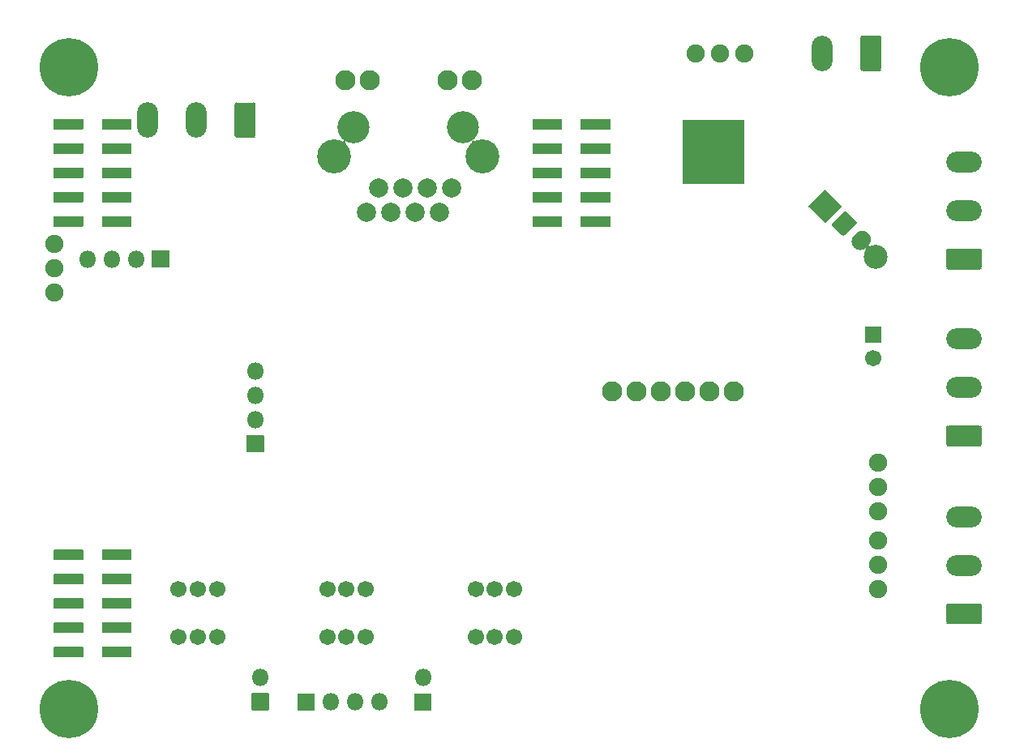
<source format=gbr>
%TF.GenerationSoftware,KiCad,Pcbnew,(5.1.10)-1*%
%TF.CreationDate,2022-12-14T20:36:11+08:00*%
%TF.ProjectId,interface,696e7465-7266-4616-9365-2e6b69636164,rev?*%
%TF.SameCoordinates,Original*%
%TF.FileFunction,Soldermask,Bot*%
%TF.FilePolarity,Negative*%
%FSLAX46Y46*%
G04 Gerber Fmt 4.6, Leading zero omitted, Abs format (unit mm)*
G04 Created by KiCad (PCBNEW (5.1.10)-1) date 2022-12-14 20:36:11*
%MOMM*%
%LPD*%
G01*
G04 APERTURE LIST*
%ADD10C,0.100000*%
%ADD11C,2.501600*%
%ADD12C,1.901600*%
%ADD13C,2.101600*%
%ADD14C,3.551600*%
%ADD15C,2.001600*%
%ADD16C,3.351600*%
%ADD17C,1.701600*%
%ADD18O,1.801600X1.801600*%
%ADD19O,3.701600X2.181600*%
%ADD20O,2.181600X3.701600*%
%ADD21C,0.901600*%
%ADD22C,6.101600*%
%ADD23C,0.350000*%
G04 APERTURE END LIST*
D10*
G36*
X74488000Y58964000D02*
G01*
X68138000Y58964000D01*
X68138000Y65568000D01*
X74488000Y65568000D01*
X74488000Y58964000D01*
G37*
X74488000Y58964000D02*
X68138000Y58964000D01*
X68138000Y65568000D01*
X74488000Y65568000D01*
X74488000Y58964000D01*
G36*
X74488000Y58964000D02*
G01*
X68138000Y58964000D01*
X68138000Y65568000D01*
X74488000Y65568000D01*
X74488000Y58964000D01*
G37*
X74488000Y58964000D02*
X68138000Y58964000D01*
X68138000Y65568000D01*
X74488000Y65568000D01*
X74488000Y58964000D01*
D11*
%TO.C,C31*%
X88303301Y51196699D03*
G36*
G01*
X81267023Y56535921D02*
X82964079Y58232977D01*
G75*
G02*
X83035921Y58232977I35921J-35921D01*
G01*
X84732977Y56535921D01*
G75*
G02*
X84732977Y56464079I-35921J-35921D01*
G01*
X83035921Y54767023D01*
G75*
G02*
X82964079Y54767023I-35921J35921D01*
G01*
X81267023Y56464079D01*
G75*
G02*
X81267023Y56535921I35921J35921D01*
G01*
G37*
%TD*%
D12*
%TO.C,JP4*%
X74540000Y72500000D03*
X72000000Y72500000D03*
X69460000Y72500000D03*
%TD*%
D13*
%TO.C,U1*%
X60750000Y37200000D03*
X63290000Y37200000D03*
X68370000Y37200000D03*
X73450000Y37200000D03*
X65830000Y37200000D03*
X70910000Y37200000D03*
%TD*%
%TO.C,J6*%
X32875000Y69650000D03*
X35415000Y69650000D03*
X43585000Y69650000D03*
X46125000Y69650000D03*
D14*
X31755000Y61700000D03*
X47245000Y61700000D03*
D15*
X36330000Y58400000D03*
X38870000Y58400000D03*
X41410000Y58400000D03*
X43950000Y58400000D03*
X35060000Y55860000D03*
X37600000Y55860000D03*
X42680000Y55860000D03*
X40140000Y55860000D03*
D16*
X45215000Y64750000D03*
X33785000Y64750000D03*
%TD*%
D17*
%TO.C,SW2*%
X15500000Y16500000D03*
X17500000Y16500000D03*
X19500000Y16500000D03*
X15500000Y11500000D03*
X17500000Y11500000D03*
X19500000Y11500000D03*
%TD*%
D18*
%TO.C,J3*%
X36420000Y4700000D03*
X33880000Y4700000D03*
X31340000Y4700000D03*
G36*
G01*
X29650000Y3799200D02*
X27950000Y3799200D01*
G75*
G02*
X27899200Y3850000I0J50800D01*
G01*
X27899200Y5550000D01*
G75*
G02*
X27950000Y5600800I50800J0D01*
G01*
X29650000Y5600800D01*
G75*
G02*
X29700800Y5550000I0J-50800D01*
G01*
X29700800Y3850000D01*
G75*
G02*
X29650000Y3799200I-50800J0D01*
G01*
G37*
%TD*%
%TO.C,C4*%
G36*
G01*
X86024739Y53463129D02*
X86236871Y53675261D01*
G75*
G02*
X87510795Y53675261I636962J-636962D01*
G01*
X87510795Y53675261D01*
G75*
G02*
X87510795Y52401337I-636962J-636962D01*
G01*
X87298663Y52189205D01*
G75*
G02*
X86024739Y52189205I-636962J636962D01*
G01*
X86024739Y52189205D01*
G75*
G02*
X86024739Y53463129I636962J636962D01*
G01*
G37*
G36*
G01*
X83807352Y54781276D02*
X84918724Y55892648D01*
G75*
G02*
X85293408Y55892648I187342J-187342D01*
G01*
X86192648Y54993408D01*
G75*
G02*
X86192648Y54618724I-187342J-187342D01*
G01*
X85081276Y53507352D01*
G75*
G02*
X84706592Y53507352I-187342J187342D01*
G01*
X83807352Y54406592D01*
G75*
G02*
X83807352Y54781276I187342J187342D01*
G01*
G37*
%TD*%
%TO.C,D12*%
X41000000Y7250000D03*
G36*
G01*
X41900800Y5560000D02*
X41900800Y3860000D01*
G75*
G02*
X41850000Y3809200I-50800J0D01*
G01*
X40150000Y3809200D01*
G75*
G02*
X40099200Y3860000I0J50800D01*
G01*
X40099200Y5560000D01*
G75*
G02*
X40150000Y5610800I50800J0D01*
G01*
X41850000Y5610800D01*
G75*
G02*
X41900800Y5560000I0J-50800D01*
G01*
G37*
%TD*%
%TO.C,D11*%
X24000000Y7290000D03*
G36*
G01*
X24900800Y5600000D02*
X24900800Y3900000D01*
G75*
G02*
X24850000Y3849200I-50800J0D01*
G01*
X23150000Y3849200D01*
G75*
G02*
X23099200Y3900000I0J50800D01*
G01*
X23099200Y5600000D01*
G75*
G02*
X23150000Y5650800I50800J0D01*
G01*
X24850000Y5650800D01*
G75*
G02*
X24900800Y5600000I0J-50800D01*
G01*
G37*
%TD*%
%TO.C,J8*%
X5980000Y51000000D03*
X8520000Y51000000D03*
X11060000Y51000000D03*
G36*
G01*
X12750000Y51900800D02*
X14450000Y51900800D01*
G75*
G02*
X14500800Y51850000I0J-50800D01*
G01*
X14500800Y50150000D01*
G75*
G02*
X14450000Y50099200I-50800J0D01*
G01*
X12750000Y50099200D01*
G75*
G02*
X12699200Y50150000I0J50800D01*
G01*
X12699200Y51850000D01*
G75*
G02*
X12750000Y51900800I50800J0D01*
G01*
G37*
%TD*%
D17*
%TO.C,SW4*%
X46500000Y16500000D03*
X48500000Y16500000D03*
X50500000Y16500000D03*
X46500000Y11500000D03*
X48500000Y11500000D03*
X50500000Y11500000D03*
%TD*%
%TO.C,SW3*%
X31000000Y16500000D03*
X33000000Y16500000D03*
X35000000Y16500000D03*
X31000000Y11500000D03*
X33000000Y11500000D03*
X35000000Y11500000D03*
%TD*%
D19*
%TO.C,J9*%
X97500000Y42660000D03*
X97500000Y37580000D03*
G36*
G01*
X99088592Y31409200D02*
X95911408Y31409200D01*
G75*
G02*
X95649200Y31671408I0J262208D01*
G01*
X95649200Y33328592D01*
G75*
G02*
X95911408Y33590800I262208J0D01*
G01*
X99088592Y33590800D01*
G75*
G02*
X99350800Y33328592I0J-262208D01*
G01*
X99350800Y31671408D01*
G75*
G02*
X99088592Y31409200I-262208J0D01*
G01*
G37*
%TD*%
D20*
%TO.C,J12*%
X12250000Y65500000D03*
X17330000Y65500000D03*
G36*
G01*
X23500800Y67088592D02*
X23500800Y63911408D01*
G75*
G02*
X23238592Y63649200I-262208J0D01*
G01*
X21581408Y63649200D01*
G75*
G02*
X21319200Y63911408I0J262208D01*
G01*
X21319200Y67088592D01*
G75*
G02*
X21581408Y67350800I262208J0D01*
G01*
X23238592Y67350800D01*
G75*
G02*
X23500800Y67088592I0J-262208D01*
G01*
G37*
%TD*%
D19*
%TO.C,J11*%
X97500000Y24080000D03*
X97500000Y19000000D03*
G36*
G01*
X99088592Y12829200D02*
X95911408Y12829200D01*
G75*
G02*
X95649200Y13091408I0J262208D01*
G01*
X95649200Y14748592D01*
G75*
G02*
X95911408Y15010800I262208J0D01*
G01*
X99088592Y15010800D01*
G75*
G02*
X99350800Y14748592I0J-262208D01*
G01*
X99350800Y13091408D01*
G75*
G02*
X99088592Y12829200I-262208J0D01*
G01*
G37*
%TD*%
%TO.C,J10*%
X97500000Y61160000D03*
X97500000Y56080000D03*
G36*
G01*
X99088592Y49909200D02*
X95911408Y49909200D01*
G75*
G02*
X95649200Y50171408I0J262208D01*
G01*
X95649200Y51828592D01*
G75*
G02*
X95911408Y52090800I262208J0D01*
G01*
X99088592Y52090800D01*
G75*
G02*
X99350800Y51828592I0J-262208D01*
G01*
X99350800Y50171408D01*
G75*
G02*
X99088592Y49909200I-262208J0D01*
G01*
G37*
%TD*%
D20*
%TO.C,J1*%
X82670000Y72500000D03*
G36*
G01*
X88840800Y74088592D02*
X88840800Y70911408D01*
G75*
G02*
X88578592Y70649200I-262208J0D01*
G01*
X86921408Y70649200D01*
G75*
G02*
X86659200Y70911408I0J262208D01*
G01*
X86659200Y74088592D01*
G75*
G02*
X86921408Y74350800I262208J0D01*
G01*
X88578592Y74350800D01*
G75*
G02*
X88840800Y74088592I0J-262208D01*
G01*
G37*
%TD*%
D17*
%TO.C,C2*%
X88000000Y40600000D03*
G36*
G01*
X87200000Y43950800D02*
X88800000Y43950800D01*
G75*
G02*
X88850800Y43900000I0J-50800D01*
G01*
X88850800Y42300000D01*
G75*
G02*
X88800000Y42249200I-50800J0D01*
G01*
X87200000Y42249200D01*
G75*
G02*
X87149200Y42300000I0J50800D01*
G01*
X87149200Y43900000D01*
G75*
G02*
X87200000Y43950800I50800J0D01*
G01*
G37*
%TD*%
D21*
%TO.C,SC4*%
X98056810Y5187500D03*
X98056810Y2812500D03*
X96000000Y1625000D03*
X93943190Y2812500D03*
X93943190Y5187500D03*
X96000000Y6375000D03*
D22*
X96000000Y4000000D03*
%TD*%
D21*
%TO.C,SC3*%
X6056810Y5187500D03*
X6056810Y2812500D03*
X4000000Y1625000D03*
X1943190Y2812500D03*
X1943190Y5187500D03*
X4000000Y6375000D03*
D22*
X4000000Y4000000D03*
%TD*%
D21*
%TO.C,SC2*%
X98056810Y72187500D03*
X98056810Y69812500D03*
X96000000Y68625000D03*
X93943190Y69812500D03*
X93943190Y72187500D03*
X96000000Y73375000D03*
D22*
X96000000Y71000000D03*
%TD*%
D21*
%TO.C,SC1*%
X6056810Y72187500D03*
X6056810Y69812500D03*
X4000000Y68625000D03*
X1943190Y69812500D03*
X1943190Y72187500D03*
X4000000Y73375000D03*
D22*
X4000000Y71000000D03*
%TD*%
%TO.C,J4*%
G36*
G01*
X60570800Y55420000D02*
X60570800Y54420000D01*
G75*
G02*
X60520000Y54369200I-50800J0D01*
G01*
X57520000Y54369200D01*
G75*
G02*
X57469200Y54420000I0J50800D01*
G01*
X57469200Y55420000D01*
G75*
G02*
X57520000Y55470800I50800J0D01*
G01*
X60520000Y55470800D01*
G75*
G02*
X60570800Y55420000I0J-50800D01*
G01*
G37*
G36*
G01*
X55530800Y55420000D02*
X55530800Y54420000D01*
G75*
G02*
X55480000Y54369200I-50800J0D01*
G01*
X52480000Y54369200D01*
G75*
G02*
X52429200Y54420000I0J50800D01*
G01*
X52429200Y55420000D01*
G75*
G02*
X52480000Y55470800I50800J0D01*
G01*
X55480000Y55470800D01*
G75*
G02*
X55530800Y55420000I0J-50800D01*
G01*
G37*
G36*
G01*
X60570800Y57960000D02*
X60570800Y56960000D01*
G75*
G02*
X60520000Y56909200I-50800J0D01*
G01*
X57520000Y56909200D01*
G75*
G02*
X57469200Y56960000I0J50800D01*
G01*
X57469200Y57960000D01*
G75*
G02*
X57520000Y58010800I50800J0D01*
G01*
X60520000Y58010800D01*
G75*
G02*
X60570800Y57960000I0J-50800D01*
G01*
G37*
G36*
G01*
X55530800Y57960000D02*
X55530800Y56960000D01*
G75*
G02*
X55480000Y56909200I-50800J0D01*
G01*
X52480000Y56909200D01*
G75*
G02*
X52429200Y56960000I0J50800D01*
G01*
X52429200Y57960000D01*
G75*
G02*
X52480000Y58010800I50800J0D01*
G01*
X55480000Y58010800D01*
G75*
G02*
X55530800Y57960000I0J-50800D01*
G01*
G37*
G36*
G01*
X60570800Y60500000D02*
X60570800Y59500000D01*
G75*
G02*
X60520000Y59449200I-50800J0D01*
G01*
X57520000Y59449200D01*
G75*
G02*
X57469200Y59500000I0J50800D01*
G01*
X57469200Y60500000D01*
G75*
G02*
X57520000Y60550800I50800J0D01*
G01*
X60520000Y60550800D01*
G75*
G02*
X60570800Y60500000I0J-50800D01*
G01*
G37*
G36*
G01*
X55530800Y60500000D02*
X55530800Y59500000D01*
G75*
G02*
X55480000Y59449200I-50800J0D01*
G01*
X52480000Y59449200D01*
G75*
G02*
X52429200Y59500000I0J50800D01*
G01*
X52429200Y60500000D01*
G75*
G02*
X52480000Y60550800I50800J0D01*
G01*
X55480000Y60550800D01*
G75*
G02*
X55530800Y60500000I0J-50800D01*
G01*
G37*
G36*
G01*
X60570800Y63040000D02*
X60570800Y62040000D01*
G75*
G02*
X60520000Y61989200I-50800J0D01*
G01*
X57520000Y61989200D01*
G75*
G02*
X57469200Y62040000I0J50800D01*
G01*
X57469200Y63040000D01*
G75*
G02*
X57520000Y63090800I50800J0D01*
G01*
X60520000Y63090800D01*
G75*
G02*
X60570800Y63040000I0J-50800D01*
G01*
G37*
G36*
G01*
X55530800Y63040000D02*
X55530800Y62040000D01*
G75*
G02*
X55480000Y61989200I-50800J0D01*
G01*
X52480000Y61989200D01*
G75*
G02*
X52429200Y62040000I0J50800D01*
G01*
X52429200Y63040000D01*
G75*
G02*
X52480000Y63090800I50800J0D01*
G01*
X55480000Y63090800D01*
G75*
G02*
X55530800Y63040000I0J-50800D01*
G01*
G37*
G36*
G01*
X60570800Y65580000D02*
X60570800Y64580000D01*
G75*
G02*
X60520000Y64529200I-50800J0D01*
G01*
X57520000Y64529200D01*
G75*
G02*
X57469200Y64580000I0J50800D01*
G01*
X57469200Y65580000D01*
G75*
G02*
X57520000Y65630800I50800J0D01*
G01*
X60520000Y65630800D01*
G75*
G02*
X60570800Y65580000I0J-50800D01*
G01*
G37*
G36*
G01*
X55530800Y65580000D02*
X55530800Y64580000D01*
G75*
G02*
X55480000Y64529200I-50800J0D01*
G01*
X52480000Y64529200D01*
G75*
G02*
X52429200Y64580000I0J50800D01*
G01*
X52429200Y65580000D01*
G75*
G02*
X52480000Y65630800I50800J0D01*
G01*
X55480000Y65630800D01*
G75*
G02*
X55530800Y65580000I0J-50800D01*
G01*
G37*
%TD*%
%TO.C,J7*%
G36*
G01*
X10570800Y55420000D02*
X10570800Y54420000D01*
G75*
G02*
X10520000Y54369200I-50800J0D01*
G01*
X7520000Y54369200D01*
G75*
G02*
X7469200Y54420000I0J50800D01*
G01*
X7469200Y55420000D01*
G75*
G02*
X7520000Y55470800I50800J0D01*
G01*
X10520000Y55470800D01*
G75*
G02*
X10570800Y55420000I0J-50800D01*
G01*
G37*
G36*
G01*
X5530800Y55420000D02*
X5530800Y54420000D01*
G75*
G02*
X5480000Y54369200I-50800J0D01*
G01*
X2480000Y54369200D01*
G75*
G02*
X2429200Y54420000I0J50800D01*
G01*
X2429200Y55420000D01*
G75*
G02*
X2480000Y55470800I50800J0D01*
G01*
X5480000Y55470800D01*
G75*
G02*
X5530800Y55420000I0J-50800D01*
G01*
G37*
G36*
G01*
X10570800Y57960000D02*
X10570800Y56960000D01*
G75*
G02*
X10520000Y56909200I-50800J0D01*
G01*
X7520000Y56909200D01*
G75*
G02*
X7469200Y56960000I0J50800D01*
G01*
X7469200Y57960000D01*
G75*
G02*
X7520000Y58010800I50800J0D01*
G01*
X10520000Y58010800D01*
G75*
G02*
X10570800Y57960000I0J-50800D01*
G01*
G37*
G36*
G01*
X5530800Y57960000D02*
X5530800Y56960000D01*
G75*
G02*
X5480000Y56909200I-50800J0D01*
G01*
X2480000Y56909200D01*
G75*
G02*
X2429200Y56960000I0J50800D01*
G01*
X2429200Y57960000D01*
G75*
G02*
X2480000Y58010800I50800J0D01*
G01*
X5480000Y58010800D01*
G75*
G02*
X5530800Y57960000I0J-50800D01*
G01*
G37*
G36*
G01*
X10570800Y60500000D02*
X10570800Y59500000D01*
G75*
G02*
X10520000Y59449200I-50800J0D01*
G01*
X7520000Y59449200D01*
G75*
G02*
X7469200Y59500000I0J50800D01*
G01*
X7469200Y60500000D01*
G75*
G02*
X7520000Y60550800I50800J0D01*
G01*
X10520000Y60550800D01*
G75*
G02*
X10570800Y60500000I0J-50800D01*
G01*
G37*
G36*
G01*
X5530800Y60500000D02*
X5530800Y59500000D01*
G75*
G02*
X5480000Y59449200I-50800J0D01*
G01*
X2480000Y59449200D01*
G75*
G02*
X2429200Y59500000I0J50800D01*
G01*
X2429200Y60500000D01*
G75*
G02*
X2480000Y60550800I50800J0D01*
G01*
X5480000Y60550800D01*
G75*
G02*
X5530800Y60500000I0J-50800D01*
G01*
G37*
G36*
G01*
X10570800Y63040000D02*
X10570800Y62040000D01*
G75*
G02*
X10520000Y61989200I-50800J0D01*
G01*
X7520000Y61989200D01*
G75*
G02*
X7469200Y62040000I0J50800D01*
G01*
X7469200Y63040000D01*
G75*
G02*
X7520000Y63090800I50800J0D01*
G01*
X10520000Y63090800D01*
G75*
G02*
X10570800Y63040000I0J-50800D01*
G01*
G37*
G36*
G01*
X5530800Y63040000D02*
X5530800Y62040000D01*
G75*
G02*
X5480000Y61989200I-50800J0D01*
G01*
X2480000Y61989200D01*
G75*
G02*
X2429200Y62040000I0J50800D01*
G01*
X2429200Y63040000D01*
G75*
G02*
X2480000Y63090800I50800J0D01*
G01*
X5480000Y63090800D01*
G75*
G02*
X5530800Y63040000I0J-50800D01*
G01*
G37*
G36*
G01*
X10570800Y65580000D02*
X10570800Y64580000D01*
G75*
G02*
X10520000Y64529200I-50800J0D01*
G01*
X7520000Y64529200D01*
G75*
G02*
X7469200Y64580000I0J50800D01*
G01*
X7469200Y65580000D01*
G75*
G02*
X7520000Y65630800I50800J0D01*
G01*
X10520000Y65630800D01*
G75*
G02*
X10570800Y65580000I0J-50800D01*
G01*
G37*
G36*
G01*
X5530800Y65580000D02*
X5530800Y64580000D01*
G75*
G02*
X5480000Y64529200I-50800J0D01*
G01*
X2480000Y64529200D01*
G75*
G02*
X2429200Y64580000I0J50800D01*
G01*
X2429200Y65580000D01*
G75*
G02*
X2480000Y65630800I50800J0D01*
G01*
X5480000Y65630800D01*
G75*
G02*
X5530800Y65580000I0J-50800D01*
G01*
G37*
%TD*%
%TO.C,J5*%
G36*
G01*
X10570800Y10420000D02*
X10570800Y9420000D01*
G75*
G02*
X10520000Y9369200I-50800J0D01*
G01*
X7520000Y9369200D01*
G75*
G02*
X7469200Y9420000I0J50800D01*
G01*
X7469200Y10420000D01*
G75*
G02*
X7520000Y10470800I50800J0D01*
G01*
X10520000Y10470800D01*
G75*
G02*
X10570800Y10420000I0J-50800D01*
G01*
G37*
G36*
G01*
X5530800Y10420000D02*
X5530800Y9420000D01*
G75*
G02*
X5480000Y9369200I-50800J0D01*
G01*
X2480000Y9369200D01*
G75*
G02*
X2429200Y9420000I0J50800D01*
G01*
X2429200Y10420000D01*
G75*
G02*
X2480000Y10470800I50800J0D01*
G01*
X5480000Y10470800D01*
G75*
G02*
X5530800Y10420000I0J-50800D01*
G01*
G37*
G36*
G01*
X10570800Y12960000D02*
X10570800Y11960000D01*
G75*
G02*
X10520000Y11909200I-50800J0D01*
G01*
X7520000Y11909200D01*
G75*
G02*
X7469200Y11960000I0J50800D01*
G01*
X7469200Y12960000D01*
G75*
G02*
X7520000Y13010800I50800J0D01*
G01*
X10520000Y13010800D01*
G75*
G02*
X10570800Y12960000I0J-50800D01*
G01*
G37*
G36*
G01*
X5530800Y12960000D02*
X5530800Y11960000D01*
G75*
G02*
X5480000Y11909200I-50800J0D01*
G01*
X2480000Y11909200D01*
G75*
G02*
X2429200Y11960000I0J50800D01*
G01*
X2429200Y12960000D01*
G75*
G02*
X2480000Y13010800I50800J0D01*
G01*
X5480000Y13010800D01*
G75*
G02*
X5530800Y12960000I0J-50800D01*
G01*
G37*
G36*
G01*
X10570800Y15500000D02*
X10570800Y14500000D01*
G75*
G02*
X10520000Y14449200I-50800J0D01*
G01*
X7520000Y14449200D01*
G75*
G02*
X7469200Y14500000I0J50800D01*
G01*
X7469200Y15500000D01*
G75*
G02*
X7520000Y15550800I50800J0D01*
G01*
X10520000Y15550800D01*
G75*
G02*
X10570800Y15500000I0J-50800D01*
G01*
G37*
G36*
G01*
X5530800Y15500000D02*
X5530800Y14500000D01*
G75*
G02*
X5480000Y14449200I-50800J0D01*
G01*
X2480000Y14449200D01*
G75*
G02*
X2429200Y14500000I0J50800D01*
G01*
X2429200Y15500000D01*
G75*
G02*
X2480000Y15550800I50800J0D01*
G01*
X5480000Y15550800D01*
G75*
G02*
X5530800Y15500000I0J-50800D01*
G01*
G37*
G36*
G01*
X10570800Y18040000D02*
X10570800Y17040000D01*
G75*
G02*
X10520000Y16989200I-50800J0D01*
G01*
X7520000Y16989200D01*
G75*
G02*
X7469200Y17040000I0J50800D01*
G01*
X7469200Y18040000D01*
G75*
G02*
X7520000Y18090800I50800J0D01*
G01*
X10520000Y18090800D01*
G75*
G02*
X10570800Y18040000I0J-50800D01*
G01*
G37*
G36*
G01*
X5530800Y18040000D02*
X5530800Y17040000D01*
G75*
G02*
X5480000Y16989200I-50800J0D01*
G01*
X2480000Y16989200D01*
G75*
G02*
X2429200Y17040000I0J50800D01*
G01*
X2429200Y18040000D01*
G75*
G02*
X2480000Y18090800I50800J0D01*
G01*
X5480000Y18090800D01*
G75*
G02*
X5530800Y18040000I0J-50800D01*
G01*
G37*
G36*
G01*
X10570800Y20580000D02*
X10570800Y19580000D01*
G75*
G02*
X10520000Y19529200I-50800J0D01*
G01*
X7520000Y19529200D01*
G75*
G02*
X7469200Y19580000I0J50800D01*
G01*
X7469200Y20580000D01*
G75*
G02*
X7520000Y20630800I50800J0D01*
G01*
X10520000Y20630800D01*
G75*
G02*
X10570800Y20580000I0J-50800D01*
G01*
G37*
G36*
G01*
X5530800Y20580000D02*
X5530800Y19580000D01*
G75*
G02*
X5480000Y19529200I-50800J0D01*
G01*
X2480000Y19529200D01*
G75*
G02*
X2429200Y19580000I0J50800D01*
G01*
X2429200Y20580000D01*
G75*
G02*
X2480000Y20630800I50800J0D01*
G01*
X5480000Y20630800D01*
G75*
G02*
X5530800Y20580000I0J-50800D01*
G01*
G37*
%TD*%
D18*
%TO.C,U6*%
X23500000Y39310000D03*
X23500000Y36770000D03*
X23500000Y34230000D03*
G36*
G01*
X24400800Y32540000D02*
X24400800Y30840000D01*
G75*
G02*
X24350000Y30789200I-50800J0D01*
G01*
X22650000Y30789200D01*
G75*
G02*
X22599200Y30840000I0J50800D01*
G01*
X22599200Y32540000D01*
G75*
G02*
X22650000Y32590800I50800J0D01*
G01*
X24350000Y32590800D01*
G75*
G02*
X24400800Y32540000I0J-50800D01*
G01*
G37*
%TD*%
D12*
%TO.C,JP3*%
X88500000Y16500000D03*
X88500000Y19040000D03*
X88500000Y21580000D03*
%TD*%
%TO.C,JP2*%
X88500000Y24670000D03*
X88500000Y27210000D03*
X88500000Y29750000D03*
%TD*%
%TO.C,JP1*%
X2500000Y47460000D03*
X2500000Y50000000D03*
X2500000Y52540000D03*
%TD*%
D23*
G36*
X99351965Y13093034D02*
G01*
X99352800Y13091408D01*
X99352800Y13002597D01*
X99352790Y13002401D01*
X99348983Y12963750D01*
X99348907Y12963365D01*
X99339422Y12932097D01*
X99339272Y12931735D01*
X99323874Y12902928D01*
X99323656Y12902602D01*
X99302930Y12877347D01*
X99302653Y12877070D01*
X99277398Y12856344D01*
X99277072Y12856126D01*
X99248265Y12840728D01*
X99247903Y12840578D01*
X99216635Y12831093D01*
X99216250Y12831017D01*
X99177599Y12827210D01*
X99177403Y12827200D01*
X99088592Y12827200D01*
X99086860Y12828200D01*
X99086860Y12830200D01*
X99088396Y12831190D01*
X99139351Y12836208D01*
X99188166Y12851016D01*
X99233151Y12875061D01*
X99272580Y12907420D01*
X99304939Y12946849D01*
X99328984Y12991834D01*
X99343792Y13040649D01*
X99348810Y13091604D01*
X99349975Y13093230D01*
X99351965Y13093034D01*
G37*
G36*
X95651190Y13091604D02*
G01*
X95656208Y13040649D01*
X95671016Y12991834D01*
X95695061Y12946849D01*
X95727420Y12907420D01*
X95766849Y12875061D01*
X95811834Y12851016D01*
X95860649Y12836208D01*
X95911604Y12831190D01*
X95913230Y12830025D01*
X95913034Y12828035D01*
X95911408Y12827200D01*
X95822597Y12827200D01*
X95822401Y12827210D01*
X95783750Y12831017D01*
X95783365Y12831093D01*
X95752097Y12840578D01*
X95751735Y12840728D01*
X95722928Y12856126D01*
X95722602Y12856344D01*
X95697347Y12877070D01*
X95697070Y12877347D01*
X95676344Y12902602D01*
X95676126Y12902928D01*
X95660728Y12931735D01*
X95660578Y12932097D01*
X95651093Y12963365D01*
X95651017Y12963750D01*
X95647210Y13002401D01*
X95647200Y13002597D01*
X95647200Y13091408D01*
X95648200Y13093140D01*
X95650200Y13093140D01*
X95651190Y13091604D01*
G37*
G36*
X95913140Y15011800D02*
G01*
X95913140Y15009800D01*
X95911604Y15008810D01*
X95860649Y15003792D01*
X95811834Y14988984D01*
X95766849Y14964939D01*
X95727420Y14932580D01*
X95695061Y14893151D01*
X95671016Y14848166D01*
X95656208Y14799351D01*
X95651190Y14748396D01*
X95650025Y14746770D01*
X95648035Y14746966D01*
X95647200Y14748592D01*
X95647200Y14837403D01*
X95647210Y14837599D01*
X95651017Y14876250D01*
X95651093Y14876635D01*
X95660578Y14907903D01*
X95660728Y14908265D01*
X95676126Y14937072D01*
X95676344Y14937398D01*
X95697070Y14962653D01*
X95697347Y14962930D01*
X95722602Y14983656D01*
X95722928Y14983874D01*
X95751735Y14999272D01*
X95752097Y14999422D01*
X95783365Y15008907D01*
X95783750Y15008983D01*
X95822401Y15012790D01*
X95822597Y15012800D01*
X95911408Y15012800D01*
X95913140Y15011800D01*
G37*
G36*
X99177599Y15012790D02*
G01*
X99216250Y15008983D01*
X99216635Y15008907D01*
X99247903Y14999422D01*
X99248265Y14999272D01*
X99277072Y14983874D01*
X99277398Y14983656D01*
X99302653Y14962930D01*
X99302930Y14962653D01*
X99323656Y14937398D01*
X99323874Y14937072D01*
X99339272Y14908265D01*
X99339422Y14907903D01*
X99348907Y14876635D01*
X99348983Y14876250D01*
X99352790Y14837599D01*
X99352800Y14837403D01*
X99352800Y14748592D01*
X99351800Y14746860D01*
X99349800Y14746860D01*
X99348810Y14748396D01*
X99343792Y14799351D01*
X99328984Y14848166D01*
X99304939Y14893151D01*
X99272580Y14932580D01*
X99233151Y14964939D01*
X99188166Y14988984D01*
X99139351Y15003792D01*
X99088396Y15008810D01*
X99086770Y15009975D01*
X99086966Y15011965D01*
X99088592Y15012800D01*
X99177403Y15012800D01*
X99177599Y15012790D01*
G37*
G36*
X95651190Y31671604D02*
G01*
X95656208Y31620649D01*
X95671016Y31571834D01*
X95695061Y31526849D01*
X95727420Y31487420D01*
X95766849Y31455061D01*
X95811834Y31431016D01*
X95860649Y31416208D01*
X95911604Y31411190D01*
X95913230Y31410025D01*
X95913034Y31408035D01*
X95911408Y31407200D01*
X95822597Y31407200D01*
X95822401Y31407210D01*
X95783750Y31411017D01*
X95783365Y31411093D01*
X95752097Y31420578D01*
X95751735Y31420728D01*
X95722928Y31436126D01*
X95722602Y31436344D01*
X95697347Y31457070D01*
X95697070Y31457347D01*
X95676344Y31482602D01*
X95676126Y31482928D01*
X95660728Y31511735D01*
X95660578Y31512097D01*
X95651093Y31543365D01*
X95651017Y31543750D01*
X95647210Y31582401D01*
X95647200Y31582597D01*
X95647200Y31671408D01*
X95648200Y31673140D01*
X95650200Y31673140D01*
X95651190Y31671604D01*
G37*
G36*
X99351965Y31673034D02*
G01*
X99352800Y31671408D01*
X99352800Y31582597D01*
X99352790Y31582401D01*
X99348983Y31543750D01*
X99348907Y31543365D01*
X99339422Y31512097D01*
X99339272Y31511735D01*
X99323874Y31482928D01*
X99323656Y31482602D01*
X99302930Y31457347D01*
X99302653Y31457070D01*
X99277398Y31436344D01*
X99277072Y31436126D01*
X99248265Y31420728D01*
X99247903Y31420578D01*
X99216635Y31411093D01*
X99216250Y31411017D01*
X99177599Y31407210D01*
X99177403Y31407200D01*
X99088592Y31407200D01*
X99086860Y31408200D01*
X99086860Y31410200D01*
X99088396Y31411190D01*
X99139351Y31416208D01*
X99188166Y31431016D01*
X99233151Y31455061D01*
X99272580Y31487420D01*
X99304939Y31526849D01*
X99328984Y31571834D01*
X99343792Y31620649D01*
X99348810Y31671604D01*
X99349975Y31673230D01*
X99351965Y31673034D01*
G37*
G36*
X95913140Y33591800D02*
G01*
X95913140Y33589800D01*
X95911604Y33588810D01*
X95860649Y33583792D01*
X95811834Y33568984D01*
X95766849Y33544939D01*
X95727420Y33512580D01*
X95695061Y33473151D01*
X95671016Y33428166D01*
X95656208Y33379351D01*
X95651190Y33328396D01*
X95650025Y33326770D01*
X95648035Y33326966D01*
X95647200Y33328592D01*
X95647200Y33417403D01*
X95647210Y33417599D01*
X95651017Y33456250D01*
X95651093Y33456635D01*
X95660578Y33487903D01*
X95660728Y33488265D01*
X95676126Y33517072D01*
X95676344Y33517398D01*
X95697070Y33542653D01*
X95697347Y33542930D01*
X95722602Y33563656D01*
X95722928Y33563874D01*
X95751735Y33579272D01*
X95752097Y33579422D01*
X95783365Y33588907D01*
X95783750Y33588983D01*
X95822401Y33592790D01*
X95822597Y33592800D01*
X95911408Y33592800D01*
X95913140Y33591800D01*
G37*
G36*
X99177599Y33592790D02*
G01*
X99216250Y33588983D01*
X99216635Y33588907D01*
X99247903Y33579422D01*
X99248265Y33579272D01*
X99277072Y33563874D01*
X99277398Y33563656D01*
X99302653Y33542930D01*
X99302930Y33542653D01*
X99323656Y33517398D01*
X99323874Y33517072D01*
X99339272Y33488265D01*
X99339422Y33487903D01*
X99348907Y33456635D01*
X99348983Y33456250D01*
X99352790Y33417599D01*
X99352800Y33417403D01*
X99352800Y33328592D01*
X99351800Y33326860D01*
X99349800Y33326860D01*
X99348810Y33328396D01*
X99343792Y33379351D01*
X99328984Y33428166D01*
X99304939Y33473151D01*
X99272580Y33512580D01*
X99233151Y33544939D01*
X99188166Y33568984D01*
X99139351Y33583792D01*
X99088396Y33588810D01*
X99086770Y33589975D01*
X99086966Y33591965D01*
X99088592Y33592800D01*
X99177403Y33592800D01*
X99177599Y33592790D01*
G37*
G36*
X99351965Y50173034D02*
G01*
X99352800Y50171408D01*
X99352800Y50082597D01*
X99352790Y50082401D01*
X99348983Y50043750D01*
X99348907Y50043365D01*
X99339422Y50012097D01*
X99339272Y50011735D01*
X99323874Y49982928D01*
X99323656Y49982602D01*
X99302930Y49957347D01*
X99302653Y49957070D01*
X99277398Y49936344D01*
X99277072Y49936126D01*
X99248265Y49920728D01*
X99247903Y49920578D01*
X99216635Y49911093D01*
X99216250Y49911017D01*
X99177599Y49907210D01*
X99177403Y49907200D01*
X99088592Y49907200D01*
X99086860Y49908200D01*
X99086860Y49910200D01*
X99088396Y49911190D01*
X99139351Y49916208D01*
X99188166Y49931016D01*
X99233151Y49955061D01*
X99272580Y49987420D01*
X99304939Y50026849D01*
X99328984Y50071834D01*
X99343792Y50120649D01*
X99348810Y50171604D01*
X99349975Y50173230D01*
X99351965Y50173034D01*
G37*
G36*
X95651190Y50171604D02*
G01*
X95656208Y50120649D01*
X95671016Y50071834D01*
X95695061Y50026849D01*
X95727420Y49987420D01*
X95766849Y49955061D01*
X95811834Y49931016D01*
X95860649Y49916208D01*
X95911604Y49911190D01*
X95913230Y49910025D01*
X95913034Y49908035D01*
X95911408Y49907200D01*
X95822597Y49907200D01*
X95822401Y49907210D01*
X95783750Y49911017D01*
X95783365Y49911093D01*
X95752097Y49920578D01*
X95751735Y49920728D01*
X95722928Y49936126D01*
X95722602Y49936344D01*
X95697347Y49957070D01*
X95697070Y49957347D01*
X95676344Y49982602D01*
X95676126Y49982928D01*
X95660728Y50011735D01*
X95660578Y50012097D01*
X95651093Y50043365D01*
X95651017Y50043750D01*
X95647210Y50082401D01*
X95647200Y50082597D01*
X95647200Y50171408D01*
X95648200Y50173140D01*
X95650200Y50173140D01*
X95651190Y50171604D01*
G37*
G36*
X95913140Y52091800D02*
G01*
X95913140Y52089800D01*
X95911604Y52088810D01*
X95860649Y52083792D01*
X95811834Y52068984D01*
X95766849Y52044939D01*
X95727420Y52012580D01*
X95695061Y51973151D01*
X95671016Y51928166D01*
X95656208Y51879351D01*
X95651190Y51828396D01*
X95650025Y51826770D01*
X95648035Y51826966D01*
X95647200Y51828592D01*
X95647200Y51917403D01*
X95647210Y51917599D01*
X95651017Y51956250D01*
X95651093Y51956635D01*
X95660578Y51987903D01*
X95660728Y51988265D01*
X95676126Y52017072D01*
X95676344Y52017398D01*
X95697070Y52042653D01*
X95697347Y52042930D01*
X95722602Y52063656D01*
X95722928Y52063874D01*
X95751735Y52079272D01*
X95752097Y52079422D01*
X95783365Y52088907D01*
X95783750Y52088983D01*
X95822401Y52092790D01*
X95822597Y52092800D01*
X95911408Y52092800D01*
X95913140Y52091800D01*
G37*
G36*
X99177599Y52092790D02*
G01*
X99216250Y52088983D01*
X99216635Y52088907D01*
X99247903Y52079422D01*
X99248265Y52079272D01*
X99277072Y52063874D01*
X99277398Y52063656D01*
X99302653Y52042930D01*
X99302930Y52042653D01*
X99323656Y52017398D01*
X99323874Y52017072D01*
X99339272Y51988265D01*
X99339422Y51987903D01*
X99348907Y51956635D01*
X99348983Y51956250D01*
X99352790Y51917599D01*
X99352800Y51917403D01*
X99352800Y51828592D01*
X99351800Y51826860D01*
X99349800Y51826860D01*
X99348810Y51828396D01*
X99343792Y51879351D01*
X99328984Y51928166D01*
X99304939Y51973151D01*
X99272580Y52012580D01*
X99233151Y52044939D01*
X99188166Y52068984D01*
X99139351Y52083792D01*
X99088396Y52088810D01*
X99086770Y52089975D01*
X99086966Y52091965D01*
X99088592Y52092800D01*
X99177403Y52092800D01*
X99177599Y52092790D01*
G37*
G36*
X87593119Y52500074D02*
G01*
X87592910Y52498259D01*
X87582817Y52483154D01*
X87573591Y52460880D01*
X87568886Y52437229D01*
X87568886Y52413123D01*
X87573590Y52389473D01*
X87582817Y52367199D01*
X87596211Y52347152D01*
X87613258Y52330105D01*
X87633305Y52316710D01*
X87655579Y52307484D01*
X87679230Y52302779D01*
X87703336Y52302779D01*
X87727176Y52307521D01*
X87729070Y52306878D01*
X87729460Y52304916D01*
X87728331Y52303711D01*
X87714625Y52298033D01*
X87511076Y52162026D01*
X87337974Y51988924D01*
X87252789Y51861436D01*
X87250995Y51860551D01*
X87249332Y51861662D01*
X87249362Y51863490D01*
X87257929Y51879518D01*
X87264929Y51902593D01*
X87267292Y51926584D01*
X87264929Y51950575D01*
X87257929Y51973650D01*
X87246563Y51994913D01*
X87231268Y52013550D01*
X87212631Y52028845D01*
X87191367Y52040210D01*
X87168292Y52047210D01*
X87144301Y52049573D01*
X87120358Y52047214D01*
X87089911Y52036320D01*
X87087943Y52036678D01*
X87087269Y52038561D01*
X87088294Y52039967D01*
X87161042Y52078851D01*
X87297321Y52190693D01*
X87509307Y52402679D01*
X87589701Y52500639D01*
X87591573Y52501343D01*
X87593119Y52500074D01*
G37*
G36*
X84707861Y53508898D02*
G01*
X84747857Y53476075D01*
X84793314Y53451777D01*
X84842642Y53436814D01*
X84893934Y53431762D01*
X84945226Y53436814D01*
X84994554Y53451777D01*
X85040011Y53476075D01*
X85080007Y53508898D01*
X85081981Y53509224D01*
X85083249Y53507678D01*
X85082690Y53505938D01*
X85024637Y53447885D01*
X85024492Y53447753D01*
X84993038Y53421940D01*
X84992712Y53421722D01*
X84962268Y53405449D01*
X84961906Y53405299D01*
X84928872Y53395278D01*
X84928487Y53395202D01*
X84894130Y53391819D01*
X84893738Y53391819D01*
X84859381Y53395202D01*
X84858996Y53395278D01*
X84825962Y53405299D01*
X84825600Y53405449D01*
X84795156Y53421722D01*
X84794830Y53421940D01*
X84763376Y53447753D01*
X84763231Y53447885D01*
X84705178Y53505938D01*
X84704660Y53507870D01*
X84706074Y53509284D01*
X84707861Y53508898D01*
G37*
G36*
X83809284Y54781794D02*
G01*
X83808898Y54780007D01*
X83776075Y54740011D01*
X83751777Y54694554D01*
X83736814Y54645226D01*
X83731762Y54593934D01*
X83736814Y54542642D01*
X83751777Y54493314D01*
X83776075Y54447857D01*
X83808898Y54407861D01*
X83809224Y54405887D01*
X83807678Y54404619D01*
X83805938Y54405178D01*
X83747885Y54463231D01*
X83747753Y54463376D01*
X83721940Y54494830D01*
X83721722Y54495156D01*
X83705449Y54525600D01*
X83705299Y54525962D01*
X83695278Y54558996D01*
X83695202Y54559381D01*
X83691819Y54593738D01*
X83691819Y54594130D01*
X83695202Y54628487D01*
X83695278Y54628872D01*
X83705299Y54661906D01*
X83705449Y54662268D01*
X83721722Y54692712D01*
X83721940Y54693038D01*
X83747753Y54724492D01*
X83747885Y54724637D01*
X83805938Y54782690D01*
X83807870Y54783208D01*
X83809284Y54781794D01*
G37*
G36*
X86194062Y54994822D02*
G01*
X86252115Y54936769D01*
X86252247Y54936624D01*
X86278060Y54905170D01*
X86278278Y54904844D01*
X86294551Y54874400D01*
X86294701Y54874038D01*
X86304722Y54841004D01*
X86304798Y54840619D01*
X86308181Y54806262D01*
X86308181Y54805870D01*
X86304798Y54771513D01*
X86304722Y54771128D01*
X86294701Y54738094D01*
X86294551Y54737732D01*
X86278278Y54707288D01*
X86278060Y54706962D01*
X86252247Y54675508D01*
X86252115Y54675363D01*
X86194062Y54617310D01*
X86192130Y54616792D01*
X86190716Y54618206D01*
X86191102Y54619993D01*
X86223925Y54659989D01*
X86248223Y54705446D01*
X86263186Y54754774D01*
X86268238Y54806066D01*
X86263186Y54857358D01*
X86248223Y54906686D01*
X86223925Y54952143D01*
X86191102Y54992139D01*
X86190776Y54994113D01*
X86192322Y54995381D01*
X86194062Y54994822D01*
G37*
G36*
X85140619Y56004798D02*
G01*
X85141004Y56004722D01*
X85174038Y55994701D01*
X85174400Y55994551D01*
X85204844Y55978278D01*
X85205170Y55978060D01*
X85236624Y55952247D01*
X85236769Y55952115D01*
X85294822Y55894062D01*
X85295340Y55892130D01*
X85293926Y55890716D01*
X85292139Y55891102D01*
X85252143Y55923925D01*
X85206686Y55948223D01*
X85157358Y55963186D01*
X85106066Y55968238D01*
X85054774Y55963186D01*
X85005446Y55948223D01*
X84959989Y55923925D01*
X84919993Y55891102D01*
X84918019Y55890776D01*
X84916751Y55892322D01*
X84917310Y55894062D01*
X84975363Y55952115D01*
X84975508Y55952247D01*
X85006962Y55978060D01*
X85007288Y55978278D01*
X85037732Y55994551D01*
X85038094Y55994701D01*
X85071128Y56004722D01*
X85071513Y56004798D01*
X85105870Y56008181D01*
X85106262Y56008181D01*
X85140619Y56004798D01*
G37*
G36*
X32698919Y63480382D02*
G01*
X32723158Y63456143D01*
X32995980Y63273849D01*
X33033878Y63258151D01*
X33035096Y63256564D01*
X33034331Y63254716D01*
X33032532Y63254389D01*
X33015146Y63259663D01*
X32991155Y63262026D01*
X32967164Y63259663D01*
X32944089Y63252663D01*
X32922825Y63241298D01*
X32904188Y63226002D01*
X32888893Y63207365D01*
X32877528Y63186102D01*
X32870528Y63163027D01*
X32868165Y63139036D01*
X32870528Y63115045D01*
X32877528Y63091970D01*
X32888893Y63070706D01*
X32900410Y63056673D01*
X32900736Y63054699D01*
X32899190Y63053431D01*
X32897450Y63053990D01*
X32880282Y63071158D01*
X32591159Y63264343D01*
X32562497Y63276216D01*
X32561279Y63277803D01*
X32562044Y63279651D01*
X32563843Y63279978D01*
X32581227Y63274704D01*
X32605218Y63272341D01*
X32629209Y63274704D01*
X32652284Y63281704D01*
X32673548Y63293069D01*
X32692185Y63308364D01*
X32707480Y63327001D01*
X32718845Y63348265D01*
X32725845Y63371340D01*
X32728208Y63395331D01*
X32725845Y63419322D01*
X32718845Y63442397D01*
X32707480Y63463661D01*
X32695959Y63477699D01*
X32695633Y63479673D01*
X32697179Y63480941D01*
X32698919Y63480382D01*
G37*
G36*
X46304427Y63479486D02*
G01*
X46304041Y63477699D01*
X46292520Y63463661D01*
X46281155Y63442397D01*
X46274155Y63419322D01*
X46271792Y63395331D01*
X46274155Y63371340D01*
X46281155Y63348265D01*
X46292520Y63327001D01*
X46307815Y63308364D01*
X46326452Y63293069D01*
X46347716Y63281704D01*
X46370791Y63274704D01*
X46394782Y63272341D01*
X46418773Y63274704D01*
X46436157Y63279978D01*
X46438105Y63279524D01*
X46438686Y63277610D01*
X46437503Y63276216D01*
X46408841Y63264343D01*
X46119718Y63071158D01*
X46102550Y63053990D01*
X46100618Y63053472D01*
X46099204Y63054886D01*
X46099590Y63056673D01*
X46111107Y63070706D01*
X46122472Y63091970D01*
X46129472Y63115045D01*
X46131835Y63139036D01*
X46129472Y63163027D01*
X46122472Y63186102D01*
X46111107Y63207366D01*
X46095812Y63226003D01*
X46077175Y63241298D01*
X46055911Y63252663D01*
X46032836Y63259663D01*
X46008845Y63262026D01*
X45984854Y63259663D01*
X45967468Y63254389D01*
X45965520Y63254843D01*
X45964939Y63256757D01*
X45966122Y63258151D01*
X46004020Y63273849D01*
X46276842Y63456143D01*
X46301081Y63480382D01*
X46303013Y63480900D01*
X46304427Y63479486D01*
G37*
G36*
X21321190Y63911604D02*
G01*
X21326208Y63860649D01*
X21341016Y63811834D01*
X21365061Y63766849D01*
X21397420Y63727420D01*
X21436849Y63695061D01*
X21481834Y63671016D01*
X21530649Y63656208D01*
X21581604Y63651190D01*
X21583230Y63650025D01*
X21583034Y63648035D01*
X21581408Y63647200D01*
X21492597Y63647200D01*
X21492401Y63647210D01*
X21453750Y63651017D01*
X21453365Y63651093D01*
X21422097Y63660578D01*
X21421735Y63660728D01*
X21392928Y63676126D01*
X21392602Y63676344D01*
X21367347Y63697070D01*
X21367070Y63697347D01*
X21346344Y63722602D01*
X21346126Y63722928D01*
X21330728Y63751735D01*
X21330578Y63752097D01*
X21321093Y63783365D01*
X21321017Y63783750D01*
X21317210Y63822401D01*
X21317200Y63822597D01*
X21317200Y63911408D01*
X21318200Y63913140D01*
X21320200Y63913140D01*
X21321190Y63911604D01*
G37*
G36*
X23501965Y63913034D02*
G01*
X23502800Y63911408D01*
X23502800Y63822597D01*
X23502790Y63822401D01*
X23498983Y63783750D01*
X23498907Y63783365D01*
X23489422Y63752097D01*
X23489272Y63751735D01*
X23473874Y63722928D01*
X23473656Y63722602D01*
X23452930Y63697347D01*
X23452653Y63697070D01*
X23427398Y63676344D01*
X23427072Y63676126D01*
X23398265Y63660728D01*
X23397903Y63660578D01*
X23366635Y63651093D01*
X23366250Y63651017D01*
X23327599Y63647210D01*
X23327403Y63647200D01*
X23238592Y63647200D01*
X23236860Y63648200D01*
X23236860Y63650200D01*
X23238396Y63651190D01*
X23289351Y63656208D01*
X23338166Y63671016D01*
X23383151Y63695061D01*
X23422580Y63727420D01*
X23454939Y63766849D01*
X23478984Y63811834D01*
X23493792Y63860649D01*
X23498810Y63911604D01*
X23499975Y63913230D01*
X23501965Y63913034D01*
G37*
G36*
X21583140Y67351800D02*
G01*
X21583140Y67349800D01*
X21581604Y67348810D01*
X21530649Y67343792D01*
X21481834Y67328984D01*
X21436849Y67304939D01*
X21397420Y67272580D01*
X21365061Y67233151D01*
X21341016Y67188166D01*
X21326208Y67139351D01*
X21321190Y67088396D01*
X21320025Y67086770D01*
X21318035Y67086966D01*
X21317200Y67088592D01*
X21317200Y67177403D01*
X21317210Y67177599D01*
X21321017Y67216250D01*
X21321093Y67216635D01*
X21330578Y67247903D01*
X21330728Y67248265D01*
X21346126Y67277072D01*
X21346344Y67277398D01*
X21367070Y67302653D01*
X21367347Y67302930D01*
X21392602Y67323656D01*
X21392928Y67323874D01*
X21421735Y67339272D01*
X21422097Y67339422D01*
X21453365Y67348907D01*
X21453750Y67348983D01*
X21492401Y67352790D01*
X21492597Y67352800D01*
X21581408Y67352800D01*
X21583140Y67351800D01*
G37*
G36*
X23327599Y67352790D02*
G01*
X23366250Y67348983D01*
X23366635Y67348907D01*
X23397903Y67339422D01*
X23398265Y67339272D01*
X23427072Y67323874D01*
X23427398Y67323656D01*
X23452653Y67302930D01*
X23452930Y67302653D01*
X23473656Y67277398D01*
X23473874Y67277072D01*
X23489272Y67248265D01*
X23489422Y67247903D01*
X23498907Y67216635D01*
X23498983Y67216250D01*
X23502790Y67177599D01*
X23502800Y67177403D01*
X23502800Y67088592D01*
X23501800Y67086860D01*
X23499800Y67086860D01*
X23498810Y67088396D01*
X23493792Y67139351D01*
X23478984Y67188166D01*
X23454939Y67233151D01*
X23422580Y67272580D01*
X23383151Y67304939D01*
X23338166Y67328984D01*
X23289351Y67343792D01*
X23238396Y67348810D01*
X23236770Y67349975D01*
X23236966Y67351965D01*
X23238592Y67352800D01*
X23327403Y67352800D01*
X23327599Y67352790D01*
G37*
G36*
X88841965Y70913034D02*
G01*
X88842800Y70911408D01*
X88842800Y70822597D01*
X88842790Y70822401D01*
X88838983Y70783750D01*
X88838907Y70783365D01*
X88829422Y70752097D01*
X88829272Y70751735D01*
X88813874Y70722928D01*
X88813656Y70722602D01*
X88792930Y70697347D01*
X88792653Y70697070D01*
X88767398Y70676344D01*
X88767072Y70676126D01*
X88738265Y70660728D01*
X88737903Y70660578D01*
X88706635Y70651093D01*
X88706250Y70651017D01*
X88667599Y70647210D01*
X88667403Y70647200D01*
X88578592Y70647200D01*
X88576860Y70648200D01*
X88576860Y70650200D01*
X88578396Y70651190D01*
X88629351Y70656208D01*
X88678166Y70671016D01*
X88723151Y70695061D01*
X88762580Y70727420D01*
X88794939Y70766849D01*
X88818984Y70811834D01*
X88833792Y70860649D01*
X88838810Y70911604D01*
X88839975Y70913230D01*
X88841965Y70913034D01*
G37*
G36*
X86661190Y70911604D02*
G01*
X86666208Y70860649D01*
X86681016Y70811834D01*
X86705061Y70766849D01*
X86737420Y70727420D01*
X86776849Y70695061D01*
X86821834Y70671016D01*
X86870649Y70656208D01*
X86921604Y70651190D01*
X86923230Y70650025D01*
X86923034Y70648035D01*
X86921408Y70647200D01*
X86832597Y70647200D01*
X86832401Y70647210D01*
X86793750Y70651017D01*
X86793365Y70651093D01*
X86762097Y70660578D01*
X86761735Y70660728D01*
X86732928Y70676126D01*
X86732602Y70676344D01*
X86707347Y70697070D01*
X86707070Y70697347D01*
X86686344Y70722602D01*
X86686126Y70722928D01*
X86670728Y70751735D01*
X86670578Y70752097D01*
X86661093Y70783365D01*
X86661017Y70783750D01*
X86657210Y70822401D01*
X86657200Y70822597D01*
X86657200Y70911408D01*
X86658200Y70913140D01*
X86660200Y70913140D01*
X86661190Y70911604D01*
G37*
G36*
X86923140Y74351800D02*
G01*
X86923140Y74349800D01*
X86921604Y74348810D01*
X86870649Y74343792D01*
X86821834Y74328984D01*
X86776849Y74304939D01*
X86737420Y74272580D01*
X86705061Y74233151D01*
X86681016Y74188166D01*
X86666208Y74139351D01*
X86661190Y74088396D01*
X86660025Y74086770D01*
X86658035Y74086966D01*
X86657200Y74088592D01*
X86657200Y74177403D01*
X86657210Y74177599D01*
X86661017Y74216250D01*
X86661093Y74216635D01*
X86670578Y74247903D01*
X86670728Y74248265D01*
X86686126Y74277072D01*
X86686344Y74277398D01*
X86707070Y74302653D01*
X86707347Y74302930D01*
X86732602Y74323656D01*
X86732928Y74323874D01*
X86761735Y74339272D01*
X86762097Y74339422D01*
X86793365Y74348907D01*
X86793750Y74348983D01*
X86832401Y74352790D01*
X86832597Y74352800D01*
X86921408Y74352800D01*
X86923140Y74351800D01*
G37*
G36*
X88667599Y74352790D02*
G01*
X88706250Y74348983D01*
X88706635Y74348907D01*
X88737903Y74339422D01*
X88738265Y74339272D01*
X88767072Y74323874D01*
X88767398Y74323656D01*
X88792653Y74302930D01*
X88792930Y74302653D01*
X88813656Y74277398D01*
X88813874Y74277072D01*
X88829272Y74248265D01*
X88829422Y74247903D01*
X88838907Y74216635D01*
X88838983Y74216250D01*
X88842790Y74177599D01*
X88842800Y74177403D01*
X88842800Y74088592D01*
X88841800Y74086860D01*
X88839800Y74086860D01*
X88838810Y74088396D01*
X88833792Y74139351D01*
X88818984Y74188166D01*
X88794939Y74233151D01*
X88762580Y74272580D01*
X88723151Y74304939D01*
X88678166Y74328984D01*
X88629351Y74343792D01*
X88578396Y74348810D01*
X88576770Y74349975D01*
X88576966Y74351965D01*
X88578592Y74352800D01*
X88667403Y74352800D01*
X88667599Y74352790D01*
G37*
M02*

</source>
